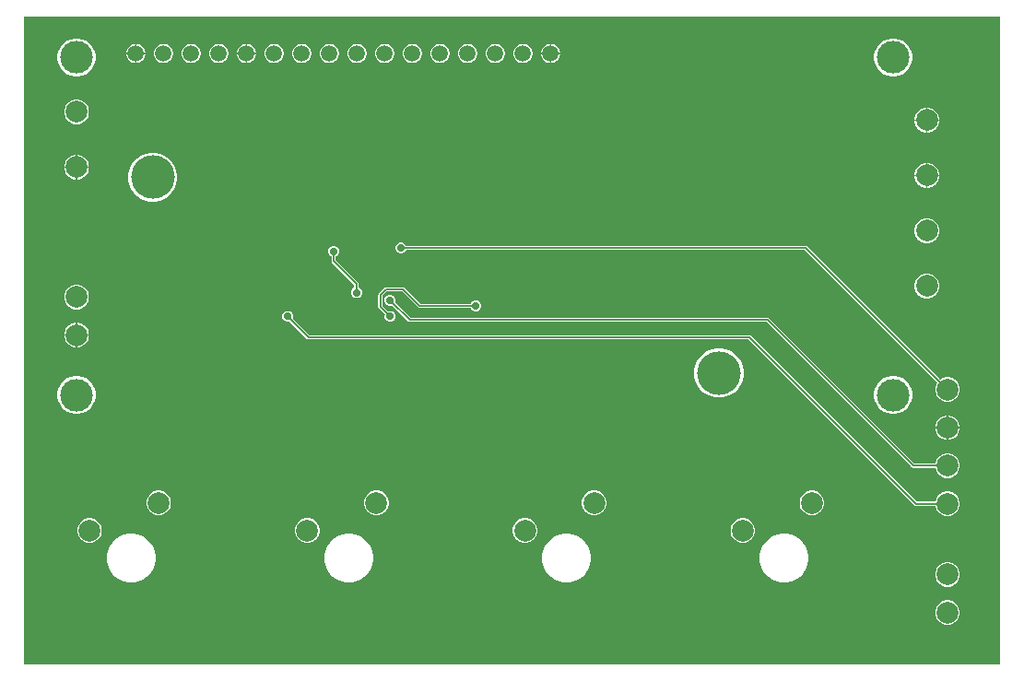
<source format=gbl>
G04*
G04 #@! TF.GenerationSoftware,Altium Limited,Altium Designer,25.4.2 (15)*
G04*
G04 Layer_Physical_Order=2*
G04 Layer_Color=16711680*
%FSLAX44Y44*%
%MOMM*%
G71*
G04*
G04 #@! TF.SameCoordinates,E3562E81-9C74-4326-8BCA-3B8FE58CD66A*
G04*
G04*
G04 #@! TF.FilePolarity,Positive*
G04*
G01*
G75*
%ADD15C,0.1270*%
%ADD46C,4.0000*%
%ADD47C,2.0000*%
%ADD48C,1.5000*%
%ADD49C,3.0000*%
%ADD50C,0.7000*%
G36*
X897961Y2039D02*
X2039D01*
Y597961D01*
X897961D01*
Y2039D01*
D02*
G37*
%LPC*%
G36*
X486655Y572500D02*
X486135D01*
Y564365D01*
X494270D01*
Y564885D01*
X493672Y567115D01*
X492518Y569115D01*
X490885Y570748D01*
X488885Y571902D01*
X486655Y572500D01*
D02*
G37*
G36*
X484865D02*
X484345D01*
X482115Y571902D01*
X480115Y570748D01*
X478482Y569115D01*
X477328Y567115D01*
X476730Y564885D01*
Y564365D01*
X484865D01*
Y572500D01*
D02*
G37*
G36*
X207255D02*
X206735D01*
Y564365D01*
X214870D01*
Y564885D01*
X214272Y567115D01*
X213118Y569115D01*
X211485Y570748D01*
X209485Y571902D01*
X207255Y572500D01*
D02*
G37*
G36*
X205465D02*
X204945D01*
X202715Y571902D01*
X200715Y570748D01*
X199082Y569115D01*
X197928Y567115D01*
X197330Y564885D01*
Y564365D01*
X205465D01*
Y572500D01*
D02*
G37*
G36*
X105655D02*
X105135D01*
Y564365D01*
X113270D01*
Y564885D01*
X112672Y567115D01*
X111518Y569115D01*
X109885Y570748D01*
X107885Y571902D01*
X105655Y572500D01*
D02*
G37*
G36*
X103865D02*
X103345D01*
X101115Y571902D01*
X99115Y570748D01*
X97482Y569115D01*
X96328Y567115D01*
X95730Y564885D01*
Y564365D01*
X103865D01*
Y572500D01*
D02*
G37*
G36*
X494270Y563095D02*
X486135D01*
Y554960D01*
X486655D01*
X488885Y555558D01*
X490885Y556712D01*
X492518Y558345D01*
X493672Y560345D01*
X494270Y562575D01*
Y563095D01*
D02*
G37*
G36*
X484865D02*
X476730D01*
Y562575D01*
X477328Y560345D01*
X478482Y558345D01*
X480115Y556712D01*
X482115Y555558D01*
X484345Y554960D01*
X484865D01*
Y563095D01*
D02*
G37*
G36*
X461255Y572500D02*
X458945D01*
X456715Y571902D01*
X454715Y570748D01*
X453082Y569115D01*
X451928Y567115D01*
X451330Y564885D01*
Y562575D01*
X451928Y560345D01*
X453082Y558345D01*
X454715Y556712D01*
X456715Y555558D01*
X458945Y554960D01*
X461255D01*
X463485Y555558D01*
X465485Y556712D01*
X467118Y558345D01*
X468272Y560345D01*
X468870Y562575D01*
Y564885D01*
X468272Y567115D01*
X467118Y569115D01*
X465485Y570748D01*
X463485Y571902D01*
X461255Y572500D01*
D02*
G37*
G36*
X435855D02*
X433545D01*
X431315Y571902D01*
X429315Y570748D01*
X427682Y569115D01*
X426528Y567115D01*
X425930Y564885D01*
Y562575D01*
X426528Y560345D01*
X427682Y558345D01*
X429315Y556712D01*
X431315Y555558D01*
X433545Y554960D01*
X435855D01*
X438085Y555558D01*
X440085Y556712D01*
X441718Y558345D01*
X442872Y560345D01*
X443470Y562575D01*
Y564885D01*
X442872Y567115D01*
X441718Y569115D01*
X440085Y570748D01*
X438085Y571902D01*
X435855Y572500D01*
D02*
G37*
G36*
X410455D02*
X408145D01*
X405915Y571902D01*
X403915Y570748D01*
X402282Y569115D01*
X401128Y567115D01*
X400530Y564885D01*
Y562575D01*
X401128Y560345D01*
X402282Y558345D01*
X403915Y556712D01*
X405915Y555558D01*
X408145Y554960D01*
X410455D01*
X412685Y555558D01*
X414685Y556712D01*
X416318Y558345D01*
X417472Y560345D01*
X418070Y562575D01*
Y564885D01*
X417472Y567115D01*
X416318Y569115D01*
X414685Y570748D01*
X412685Y571902D01*
X410455Y572500D01*
D02*
G37*
G36*
X385055D02*
X382745D01*
X380515Y571902D01*
X378515Y570748D01*
X376882Y569115D01*
X375728Y567115D01*
X375130Y564885D01*
Y562575D01*
X375728Y560345D01*
X376882Y558345D01*
X378515Y556712D01*
X380515Y555558D01*
X382745Y554960D01*
X385055D01*
X387285Y555558D01*
X389285Y556712D01*
X390918Y558345D01*
X392072Y560345D01*
X392670Y562575D01*
Y564885D01*
X392072Y567115D01*
X390918Y569115D01*
X389285Y570748D01*
X387285Y571902D01*
X385055Y572500D01*
D02*
G37*
G36*
X359655D02*
X357345D01*
X355115Y571902D01*
X353115Y570748D01*
X351482Y569115D01*
X350328Y567115D01*
X349730Y564885D01*
Y562575D01*
X350328Y560345D01*
X351482Y558345D01*
X353115Y556712D01*
X355115Y555558D01*
X357345Y554960D01*
X359655D01*
X361885Y555558D01*
X363885Y556712D01*
X365518Y558345D01*
X366672Y560345D01*
X367270Y562575D01*
Y564885D01*
X366672Y567115D01*
X365518Y569115D01*
X363885Y570748D01*
X361885Y571902D01*
X359655Y572500D01*
D02*
G37*
G36*
X334255D02*
X331945D01*
X329715Y571902D01*
X327715Y570748D01*
X326082Y569115D01*
X324928Y567115D01*
X324330Y564885D01*
Y562575D01*
X324928Y560345D01*
X326082Y558345D01*
X327715Y556712D01*
X329715Y555558D01*
X331945Y554960D01*
X334255D01*
X336485Y555558D01*
X338485Y556712D01*
X340118Y558345D01*
X341272Y560345D01*
X341870Y562575D01*
Y564885D01*
X341272Y567115D01*
X340118Y569115D01*
X338485Y570748D01*
X336485Y571902D01*
X334255Y572500D01*
D02*
G37*
G36*
X308855D02*
X306545D01*
X304315Y571902D01*
X302315Y570748D01*
X300682Y569115D01*
X299528Y567115D01*
X298930Y564885D01*
Y562575D01*
X299528Y560345D01*
X300682Y558345D01*
X302315Y556712D01*
X304315Y555558D01*
X306545Y554960D01*
X308855D01*
X311085Y555558D01*
X313085Y556712D01*
X314718Y558345D01*
X315872Y560345D01*
X316470Y562575D01*
Y564885D01*
X315872Y567115D01*
X314718Y569115D01*
X313085Y570748D01*
X311085Y571902D01*
X308855Y572500D01*
D02*
G37*
G36*
X283455D02*
X281145D01*
X278915Y571902D01*
X276915Y570748D01*
X275282Y569115D01*
X274128Y567115D01*
X273530Y564885D01*
Y562575D01*
X274128Y560345D01*
X275282Y558345D01*
X276915Y556712D01*
X278915Y555558D01*
X281145Y554960D01*
X283455D01*
X285685Y555558D01*
X287685Y556712D01*
X289318Y558345D01*
X290472Y560345D01*
X291070Y562575D01*
Y564885D01*
X290472Y567115D01*
X289318Y569115D01*
X287685Y570748D01*
X285685Y571902D01*
X283455Y572500D01*
D02*
G37*
G36*
X258055D02*
X255745D01*
X253515Y571902D01*
X251515Y570748D01*
X249882Y569115D01*
X248728Y567115D01*
X248130Y564885D01*
Y562575D01*
X248728Y560345D01*
X249882Y558345D01*
X251515Y556712D01*
X253515Y555558D01*
X255745Y554960D01*
X258055D01*
X260285Y555558D01*
X262285Y556712D01*
X263918Y558345D01*
X265072Y560345D01*
X265670Y562575D01*
Y564885D01*
X265072Y567115D01*
X263918Y569115D01*
X262285Y570748D01*
X260285Y571902D01*
X258055Y572500D01*
D02*
G37*
G36*
X232655D02*
X230345D01*
X228115Y571902D01*
X226115Y570748D01*
X224482Y569115D01*
X223328Y567115D01*
X222730Y564885D01*
Y562575D01*
X223328Y560345D01*
X224482Y558345D01*
X226115Y556712D01*
X228115Y555558D01*
X230345Y554960D01*
X232655D01*
X234885Y555558D01*
X236885Y556712D01*
X238518Y558345D01*
X239672Y560345D01*
X240270Y562575D01*
Y564885D01*
X239672Y567115D01*
X238518Y569115D01*
X236885Y570748D01*
X234885Y571902D01*
X232655Y572500D01*
D02*
G37*
G36*
X214870Y563095D02*
X206735D01*
Y554960D01*
X207255D01*
X209485Y555558D01*
X211485Y556712D01*
X213118Y558345D01*
X214272Y560345D01*
X214870Y562575D01*
Y563095D01*
D02*
G37*
G36*
X205465D02*
X197330D01*
Y562575D01*
X197928Y560345D01*
X199082Y558345D01*
X200715Y556712D01*
X202715Y555558D01*
X204945Y554960D01*
X205465D01*
Y563095D01*
D02*
G37*
G36*
X181855Y572500D02*
X179545D01*
X177315Y571902D01*
X175315Y570748D01*
X173682Y569115D01*
X172528Y567115D01*
X171930Y564885D01*
Y562575D01*
X172528Y560345D01*
X173682Y558345D01*
X175315Y556712D01*
X177315Y555558D01*
X179545Y554960D01*
X181855D01*
X184085Y555558D01*
X186085Y556712D01*
X187718Y558345D01*
X188872Y560345D01*
X189470Y562575D01*
Y564885D01*
X188872Y567115D01*
X187718Y569115D01*
X186085Y570748D01*
X184085Y571902D01*
X181855Y572500D01*
D02*
G37*
G36*
X156455D02*
X154145D01*
X151915Y571902D01*
X149915Y570748D01*
X148282Y569115D01*
X147128Y567115D01*
X146530Y564885D01*
Y562575D01*
X147128Y560345D01*
X148282Y558345D01*
X149915Y556712D01*
X151915Y555558D01*
X154145Y554960D01*
X156455D01*
X158685Y555558D01*
X160685Y556712D01*
X162318Y558345D01*
X163472Y560345D01*
X164070Y562575D01*
Y564885D01*
X163472Y567115D01*
X162318Y569115D01*
X160685Y570748D01*
X158685Y571902D01*
X156455Y572500D01*
D02*
G37*
G36*
X131055D02*
X128745D01*
X126515Y571902D01*
X124515Y570748D01*
X122882Y569115D01*
X121728Y567115D01*
X121130Y564885D01*
Y562575D01*
X121728Y560345D01*
X122882Y558345D01*
X124515Y556712D01*
X126515Y555558D01*
X128745Y554960D01*
X131055D01*
X133285Y555558D01*
X135285Y556712D01*
X136918Y558345D01*
X138072Y560345D01*
X138670Y562575D01*
Y564885D01*
X138072Y567115D01*
X136918Y569115D01*
X135285Y570748D01*
X133285Y571902D01*
X131055Y572500D01*
D02*
G37*
G36*
X113270Y563095D02*
X105135D01*
Y554960D01*
X105655D01*
X107885Y555558D01*
X109885Y556712D01*
X111518Y558345D01*
X112672Y560345D01*
X113270Y562575D01*
Y563095D01*
D02*
G37*
G36*
X103865D02*
X95730D01*
Y562575D01*
X96328Y560345D01*
X97482Y558345D01*
X99115Y556712D01*
X101115Y555558D01*
X103345Y554960D01*
X103865D01*
Y563095D01*
D02*
G37*
G36*
X801724Y577500D02*
X798276D01*
X794895Y576828D01*
X791711Y575508D01*
X788844Y573593D01*
X786407Y571156D01*
X784492Y568289D01*
X783173Y565105D01*
X782500Y561724D01*
Y558276D01*
X783173Y554895D01*
X784492Y551711D01*
X786407Y548844D01*
X788844Y546407D01*
X791711Y544492D01*
X794895Y543172D01*
X798276Y542500D01*
X801724D01*
X805105Y543172D01*
X808289Y544492D01*
X811156Y546407D01*
X813593Y548844D01*
X815508Y551711D01*
X816827Y554895D01*
X817500Y558276D01*
Y561724D01*
X816827Y565105D01*
X815508Y568289D01*
X813593Y571156D01*
X811156Y573593D01*
X808289Y575508D01*
X805105Y576828D01*
X801724Y577500D01*
D02*
G37*
G36*
X51724D02*
X48276D01*
X44895Y576828D01*
X41711Y575508D01*
X38844Y573593D01*
X36407Y571156D01*
X34492Y568289D01*
X33173Y565105D01*
X32500Y561724D01*
Y558276D01*
X33173Y554895D01*
X34492Y551711D01*
X36407Y548844D01*
X38844Y546407D01*
X41711Y544492D01*
X44895Y543172D01*
X48276Y542500D01*
X51724D01*
X55105Y543172D01*
X58289Y544492D01*
X61156Y546407D01*
X63593Y548844D01*
X65508Y551711D01*
X66828Y554895D01*
X67500Y558276D01*
Y561724D01*
X66828Y565105D01*
X65508Y568289D01*
X63593Y571156D01*
X61156Y573593D01*
X58289Y575508D01*
X55105Y576828D01*
X51724Y577500D01*
D02*
G37*
G36*
X832484Y513670D02*
X831635D01*
Y503035D01*
X842270D01*
Y503884D01*
X841502Y506750D01*
X840018Y509320D01*
X837920Y511418D01*
X835350Y512902D01*
X832484Y513670D01*
D02*
G37*
G36*
X830365D02*
X829516D01*
X826650Y512902D01*
X824080Y511418D01*
X821982Y509320D01*
X820498Y506750D01*
X819730Y503884D01*
Y503035D01*
X830365D01*
Y513670D01*
D02*
G37*
G36*
X51484Y521270D02*
X48516D01*
X45650Y520502D01*
X43080Y519018D01*
X40982Y516920D01*
X39498Y514350D01*
X38730Y511484D01*
Y508516D01*
X39498Y505650D01*
X40982Y503080D01*
X43080Y500982D01*
X45650Y499498D01*
X48516Y498730D01*
X51484D01*
X54350Y499498D01*
X56920Y500982D01*
X59018Y503080D01*
X60502Y505650D01*
X61270Y508516D01*
Y511484D01*
X60502Y514350D01*
X59018Y516920D01*
X56920Y519018D01*
X54350Y520502D01*
X51484Y521270D01*
D02*
G37*
G36*
X842270Y501765D02*
X831635D01*
Y491130D01*
X832484D01*
X835350Y491898D01*
X837920Y493382D01*
X840018Y495480D01*
X841502Y498050D01*
X842270Y500916D01*
Y501765D01*
D02*
G37*
G36*
X830365D02*
X819730D01*
Y500916D01*
X820498Y498050D01*
X821982Y495480D01*
X824080Y493382D01*
X826650Y491898D01*
X829516Y491130D01*
X830365D01*
Y501765D01*
D02*
G37*
G36*
X51484Y470470D02*
X50635D01*
Y459835D01*
X61270D01*
Y460684D01*
X60502Y463550D01*
X59018Y466120D01*
X56920Y468218D01*
X54350Y469702D01*
X51484Y470470D01*
D02*
G37*
G36*
X49365D02*
X48516D01*
X45650Y469702D01*
X43080Y468218D01*
X40982Y466120D01*
X39498Y463550D01*
X38730Y460684D01*
Y459835D01*
X49365D01*
Y470470D01*
D02*
G37*
G36*
X832484Y462870D02*
X831635D01*
Y452235D01*
X842270D01*
Y453084D01*
X841502Y455950D01*
X840018Y458520D01*
X837920Y460618D01*
X835350Y462102D01*
X832484Y462870D01*
D02*
G37*
G36*
X830365D02*
X829516D01*
X826650Y462102D01*
X824080Y460618D01*
X821982Y458520D01*
X820498Y455950D01*
X819730Y453084D01*
Y452235D01*
X830365D01*
Y462870D01*
D02*
G37*
G36*
X61270Y458565D02*
X50635D01*
Y447930D01*
X51484D01*
X54350Y448698D01*
X56920Y450182D01*
X59018Y452280D01*
X60502Y454850D01*
X61270Y457716D01*
Y458565D01*
D02*
G37*
G36*
X49365D02*
X38730D01*
Y457716D01*
X39498Y454850D01*
X40982Y452280D01*
X43080Y450182D01*
X45650Y448698D01*
X48516Y447930D01*
X49365D01*
Y458565D01*
D02*
G37*
G36*
X842270Y450965D02*
X831635D01*
Y440330D01*
X832484D01*
X835350Y441098D01*
X837920Y442582D01*
X840018Y444680D01*
X841502Y447250D01*
X842270Y450116D01*
Y450965D01*
D02*
G37*
G36*
X830365D02*
X819730D01*
Y450116D01*
X820498Y447250D01*
X821982Y444680D01*
X824080Y442582D01*
X826650Y441098D01*
X829516Y440330D01*
X830365D01*
Y450965D01*
D02*
G37*
G36*
X122216Y472500D02*
X117784D01*
X113437Y471635D01*
X109342Y469939D01*
X105657Y467477D01*
X102523Y464343D01*
X100061Y460658D01*
X98365Y456563D01*
X97500Y452216D01*
Y447784D01*
X98365Y443437D01*
X100061Y439342D01*
X102523Y435657D01*
X105657Y432523D01*
X109342Y430061D01*
X113437Y428365D01*
X117784Y427500D01*
X122216D01*
X126563Y428365D01*
X130658Y430061D01*
X134343Y432523D01*
X137477Y435657D01*
X139939Y439342D01*
X141635Y443437D01*
X142500Y447784D01*
Y452216D01*
X141635Y456563D01*
X139939Y460658D01*
X137477Y464343D01*
X134343Y467477D01*
X130658Y469939D01*
X126563Y471635D01*
X122216Y472500D01*
D02*
G37*
G36*
X832484Y412070D02*
X829516D01*
X826650Y411302D01*
X824080Y409818D01*
X821982Y407720D01*
X820498Y405150D01*
X819730Y402284D01*
Y399316D01*
X820498Y396450D01*
X821982Y393880D01*
X824080Y391782D01*
X826650Y390298D01*
X829516Y389530D01*
X832484D01*
X835350Y390298D01*
X837920Y391782D01*
X840018Y393880D01*
X841502Y396450D01*
X842270Y399316D01*
Y402284D01*
X841502Y405150D01*
X840018Y407720D01*
X837920Y409818D01*
X835350Y411302D01*
X832484Y412070D01*
D02*
G37*
G36*
X286995Y387000D02*
X285005D01*
X283168Y386239D01*
X281761Y384832D01*
X281000Y382995D01*
Y381005D01*
X281761Y379168D01*
X283168Y377761D01*
X284058Y377393D01*
Y373000D01*
X284206Y372257D01*
X284627Y371627D01*
X305058Y351195D01*
Y348607D01*
X304168Y348239D01*
X302761Y346832D01*
X302000Y344995D01*
Y343005D01*
X302761Y341168D01*
X304168Y339761D01*
X306005Y339000D01*
X307995D01*
X309832Y339761D01*
X311239Y341168D01*
X312000Y343005D01*
Y344995D01*
X311239Y346832D01*
X309832Y348239D01*
X308942Y348607D01*
Y352000D01*
X308794Y352743D01*
X308373Y353373D01*
X287942Y373805D01*
Y377393D01*
X288832Y377761D01*
X290239Y379168D01*
X291000Y381005D01*
Y382995D01*
X290239Y384832D01*
X288832Y386239D01*
X286995Y387000D01*
D02*
G37*
G36*
X832484Y361270D02*
X829516D01*
X826650Y360502D01*
X824080Y359018D01*
X821982Y356920D01*
X820498Y354350D01*
X819730Y351484D01*
Y348516D01*
X820498Y345650D01*
X821982Y343080D01*
X824080Y340982D01*
X826650Y339498D01*
X829516Y338730D01*
X832484D01*
X835350Y339498D01*
X837920Y340982D01*
X840018Y343080D01*
X841502Y345650D01*
X842270Y348516D01*
Y351484D01*
X841502Y354350D01*
X840018Y356920D01*
X837920Y359018D01*
X835350Y360502D01*
X832484Y361270D01*
D02*
G37*
G36*
X51484Y351270D02*
X48516D01*
X45650Y350502D01*
X43080Y349018D01*
X40982Y346920D01*
X39498Y344350D01*
X38730Y341484D01*
Y338516D01*
X39498Y335650D01*
X40982Y333080D01*
X43080Y330982D01*
X45650Y329498D01*
X48516Y328730D01*
X51484D01*
X54350Y329498D01*
X56920Y330982D01*
X59018Y333080D01*
X60502Y335650D01*
X61270Y338516D01*
Y341484D01*
X60502Y344350D01*
X59018Y346920D01*
X56920Y349018D01*
X54350Y350502D01*
X51484Y351270D01*
D02*
G37*
G36*
X350000Y348942D02*
X334000D01*
X333257Y348795D01*
X332627Y348373D01*
X327627Y343373D01*
X327206Y342743D01*
X327058Y342000D01*
Y331000D01*
X327206Y330257D01*
X327627Y329627D01*
X333369Y323885D01*
X333000Y322995D01*
Y321005D01*
X333761Y319168D01*
X335168Y317761D01*
X337005Y317000D01*
X338995D01*
X340832Y317761D01*
X342239Y319168D01*
X343000Y321005D01*
Y322995D01*
X342239Y324832D01*
X340832Y326239D01*
X338995Y327000D01*
X337005D01*
X336115Y326631D01*
X330942Y331805D01*
Y341195D01*
X334804Y345058D01*
X349196D01*
X363742Y330512D01*
X364372Y330090D01*
X365115Y329943D01*
X365115Y329943D01*
X412278D01*
X412646Y329053D01*
X414053Y327646D01*
X415890Y326885D01*
X417880D01*
X419717Y327646D01*
X421124Y329053D01*
X421885Y330890D01*
Y332879D01*
X421124Y334717D01*
X419717Y336124D01*
X417880Y336885D01*
X415890D01*
X414053Y336124D01*
X412646Y334717D01*
X412278Y333827D01*
X365920D01*
X351373Y348373D01*
X350743Y348795D01*
X350000Y348942D01*
D02*
G37*
G36*
X51484Y316270D02*
X50635D01*
Y305635D01*
X61270D01*
Y306484D01*
X60502Y309350D01*
X59018Y311920D01*
X56920Y314018D01*
X54350Y315502D01*
X51484Y316270D01*
D02*
G37*
G36*
X49365D02*
X48516D01*
X45650Y315502D01*
X43080Y314018D01*
X40982Y311920D01*
X39498Y309350D01*
X38730Y306484D01*
Y305635D01*
X49365D01*
Y316270D01*
D02*
G37*
G36*
X61270Y304365D02*
X50635D01*
Y293730D01*
X51484D01*
X54350Y294498D01*
X56920Y295982D01*
X59018Y298080D01*
X60502Y300650D01*
X61270Y303516D01*
Y304365D01*
D02*
G37*
G36*
X49365D02*
X38730D01*
Y303516D01*
X39498Y300650D01*
X40982Y298080D01*
X43080Y295982D01*
X45650Y294498D01*
X48516Y293730D01*
X49365D01*
Y304365D01*
D02*
G37*
G36*
X642216Y292500D02*
X637784D01*
X633437Y291635D01*
X629342Y289939D01*
X625657Y287477D01*
X622523Y284343D01*
X620061Y280658D01*
X618365Y276563D01*
X617500Y272216D01*
Y267784D01*
X618365Y263437D01*
X620061Y259342D01*
X622523Y255657D01*
X625657Y252523D01*
X629342Y250061D01*
X633437Y248365D01*
X637784Y247500D01*
X642216D01*
X646563Y248365D01*
X650658Y250061D01*
X654343Y252523D01*
X657477Y255657D01*
X659939Y259342D01*
X661635Y263437D01*
X662500Y267784D01*
Y272216D01*
X661635Y276563D01*
X659939Y280658D01*
X657477Y284343D01*
X654343Y287477D01*
X650658Y289939D01*
X646563Y291635D01*
X642216Y292500D01*
D02*
G37*
G36*
X348995Y390000D02*
X347006D01*
X345168Y389239D01*
X343761Y387832D01*
X343000Y385995D01*
Y384005D01*
X343761Y382168D01*
X345168Y380761D01*
X347006Y380000D01*
X348995D01*
X350832Y380761D01*
X352239Y382168D01*
X352607Y383058D01*
X719195D01*
X840744Y261509D01*
X839498Y259350D01*
X838730Y256484D01*
Y253516D01*
X839498Y250650D01*
X840982Y248080D01*
X843080Y245982D01*
X845650Y244498D01*
X848516Y243730D01*
X851484D01*
X854350Y244498D01*
X856920Y245982D01*
X859018Y248080D01*
X860502Y250650D01*
X861270Y253516D01*
Y256484D01*
X860502Y259350D01*
X859018Y261920D01*
X856920Y264018D01*
X854350Y265502D01*
X851484Y266270D01*
X848516D01*
X845650Y265502D01*
X843491Y264256D01*
X721373Y386373D01*
X720743Y386795D01*
X720000Y386942D01*
X352607D01*
X352239Y387832D01*
X350832Y389239D01*
X348995Y390000D01*
D02*
G37*
G36*
X801724Y267500D02*
X798276D01*
X794895Y266828D01*
X791711Y265508D01*
X788844Y263593D01*
X786407Y261156D01*
X784492Y258289D01*
X783173Y255105D01*
X782500Y251724D01*
Y248276D01*
X783173Y244895D01*
X784492Y241711D01*
X786407Y238844D01*
X788844Y236407D01*
X791711Y234492D01*
X794895Y233172D01*
X798276Y232500D01*
X801724D01*
X805105Y233172D01*
X808289Y234492D01*
X811156Y236407D01*
X813593Y238844D01*
X815508Y241711D01*
X816827Y244895D01*
X817500Y248276D01*
Y251724D01*
X816827Y255105D01*
X815508Y258289D01*
X813593Y261156D01*
X811156Y263593D01*
X808289Y265508D01*
X805105Y266828D01*
X801724Y267500D01*
D02*
G37*
G36*
X51724D02*
X48276D01*
X44895Y266828D01*
X41711Y265508D01*
X38844Y263593D01*
X36407Y261156D01*
X34492Y258289D01*
X33173Y255105D01*
X32500Y251724D01*
Y248276D01*
X33173Y244895D01*
X34492Y241711D01*
X36407Y238844D01*
X38844Y236407D01*
X41711Y234492D01*
X44895Y233172D01*
X48276Y232500D01*
X51724D01*
X55105Y233172D01*
X58289Y234492D01*
X61156Y236407D01*
X63593Y238844D01*
X65508Y241711D01*
X66828Y244895D01*
X67500Y248276D01*
Y251724D01*
X66828Y255105D01*
X65508Y258289D01*
X63593Y261156D01*
X61156Y263593D01*
X58289Y265508D01*
X55105Y266828D01*
X51724Y267500D01*
D02*
G37*
G36*
X851484Y231270D02*
X850635D01*
Y220635D01*
X861270D01*
Y221484D01*
X860502Y224350D01*
X859018Y226920D01*
X856920Y229018D01*
X854350Y230502D01*
X851484Y231270D01*
D02*
G37*
G36*
X849365D02*
X848516D01*
X845650Y230502D01*
X843080Y229018D01*
X840982Y226920D01*
X839498Y224350D01*
X838730Y221484D01*
Y220635D01*
X849365D01*
Y231270D01*
D02*
G37*
G36*
X861270Y219365D02*
X850635D01*
Y208730D01*
X851484D01*
X854350Y209498D01*
X856920Y210982D01*
X859018Y213080D01*
X860502Y215650D01*
X861270Y218516D01*
Y219365D01*
D02*
G37*
G36*
X849365D02*
X838730D01*
Y218516D01*
X839498Y215650D01*
X840982Y213080D01*
X843080Y210982D01*
X845650Y209498D01*
X848516Y208730D01*
X849365D01*
Y219365D01*
D02*
G37*
G36*
X338995Y342000D02*
X337005D01*
X335168Y341239D01*
X333761Y339832D01*
X333000Y337994D01*
Y336005D01*
X333761Y334168D01*
X335168Y332761D01*
X337005Y332000D01*
X338995D01*
X339884Y332369D01*
X354627Y317627D01*
X355257Y317206D01*
X356000Y317058D01*
X683788D01*
X817219Y183627D01*
X817849Y183206D01*
X818592Y183058D01*
X838853D01*
X839498Y180650D01*
X840982Y178080D01*
X843080Y175982D01*
X845650Y174498D01*
X848516Y173730D01*
X851484D01*
X854350Y174498D01*
X856920Y175982D01*
X859018Y178080D01*
X860502Y180650D01*
X861270Y183516D01*
Y186484D01*
X860502Y189350D01*
X859018Y191920D01*
X856920Y194018D01*
X854350Y195502D01*
X851484Y196270D01*
X848516D01*
X845650Y195502D01*
X843080Y194018D01*
X840982Y191920D01*
X839498Y189350D01*
X838853Y186942D01*
X819397D01*
X685965Y320373D01*
X685335Y320794D01*
X684592Y320942D01*
X356805D01*
X342631Y335116D01*
X343000Y336005D01*
Y337994D01*
X342239Y339832D01*
X340832Y341239D01*
X338995Y342000D01*
D02*
G37*
G36*
X726884Y162070D02*
X723916D01*
X721050Y161302D01*
X718480Y159818D01*
X716382Y157720D01*
X714898Y155150D01*
X714130Y152284D01*
Y149316D01*
X714898Y146450D01*
X716382Y143880D01*
X718480Y141782D01*
X721050Y140298D01*
X723916Y139530D01*
X726884D01*
X729750Y140298D01*
X732320Y141782D01*
X734418Y143880D01*
X735902Y146450D01*
X736670Y149316D01*
Y152284D01*
X735902Y155150D01*
X734418Y157720D01*
X732320Y159818D01*
X729750Y161302D01*
X726884Y162070D01*
D02*
G37*
G36*
X526884D02*
X523916D01*
X521050Y161302D01*
X518480Y159818D01*
X516382Y157720D01*
X514898Y155150D01*
X514130Y152284D01*
Y149316D01*
X514898Y146450D01*
X516382Y143880D01*
X518480Y141782D01*
X521050Y140298D01*
X523916Y139530D01*
X526884D01*
X529750Y140298D01*
X532320Y141782D01*
X534418Y143880D01*
X535902Y146450D01*
X536670Y149316D01*
Y152284D01*
X535902Y155150D01*
X534418Y157720D01*
X532320Y159818D01*
X529750Y161302D01*
X526884Y162070D01*
D02*
G37*
G36*
X326884D02*
X323916D01*
X321050Y161302D01*
X318480Y159818D01*
X316382Y157720D01*
X314898Y155150D01*
X314130Y152284D01*
Y149316D01*
X314898Y146450D01*
X316382Y143880D01*
X318480Y141782D01*
X321050Y140298D01*
X323916Y139530D01*
X326884D01*
X329750Y140298D01*
X332320Y141782D01*
X334418Y143880D01*
X335902Y146450D01*
X336670Y149316D01*
Y152284D01*
X335902Y155150D01*
X334418Y157720D01*
X332320Y159818D01*
X329750Y161302D01*
X326884Y162070D01*
D02*
G37*
G36*
X126884D02*
X123916D01*
X121050Y161302D01*
X118480Y159818D01*
X116382Y157720D01*
X114898Y155150D01*
X114130Y152284D01*
Y149316D01*
X114898Y146450D01*
X116382Y143880D01*
X118480Y141782D01*
X121050Y140298D01*
X123916Y139530D01*
X126884D01*
X129750Y140298D01*
X132320Y141782D01*
X134418Y143880D01*
X135902Y146450D01*
X136670Y149316D01*
Y152284D01*
X135902Y155150D01*
X134418Y157720D01*
X132320Y159818D01*
X129750Y161302D01*
X126884Y162070D01*
D02*
G37*
G36*
X244995Y327000D02*
X243006D01*
X241168Y326239D01*
X239761Y324832D01*
X239000Y322995D01*
Y321005D01*
X239761Y319168D01*
X241168Y317761D01*
X243006Y317000D01*
X244995D01*
X245885Y317369D01*
X261627Y301627D01*
X261627Y301627D01*
X262257Y301206D01*
X263000Y301058D01*
X263000Y301058D01*
X667196D01*
X819627Y148627D01*
X820257Y148205D01*
X821000Y148058D01*
X838853D01*
X839498Y145650D01*
X840982Y143080D01*
X843080Y140982D01*
X845650Y139498D01*
X848516Y138730D01*
X851484D01*
X854350Y139498D01*
X856920Y140982D01*
X859018Y143080D01*
X860502Y145650D01*
X861270Y148516D01*
Y151484D01*
X860502Y154350D01*
X859018Y156920D01*
X856920Y159018D01*
X854350Y160502D01*
X851484Y161270D01*
X848516D01*
X845650Y160502D01*
X843080Y159018D01*
X840982Y156920D01*
X839498Y154350D01*
X838853Y151942D01*
X821805D01*
X669373Y304373D01*
X668743Y304795D01*
X668000Y304942D01*
X263805D01*
X248631Y320116D01*
X249000Y321005D01*
Y322995D01*
X248239Y324832D01*
X246832Y326239D01*
X244995Y327000D01*
D02*
G37*
G36*
X663384Y136670D02*
X660416D01*
X657550Y135902D01*
X654980Y134418D01*
X652882Y132320D01*
X651398Y129750D01*
X650630Y126884D01*
Y123916D01*
X651398Y121050D01*
X652882Y118480D01*
X654980Y116382D01*
X657550Y114898D01*
X660416Y114130D01*
X663384D01*
X666250Y114898D01*
X668820Y116382D01*
X670918Y118480D01*
X672402Y121050D01*
X673170Y123916D01*
Y126884D01*
X672402Y129750D01*
X670918Y132320D01*
X668820Y134418D01*
X666250Y135902D01*
X663384Y136670D01*
D02*
G37*
G36*
X463384D02*
X460416D01*
X457550Y135902D01*
X454980Y134418D01*
X452882Y132320D01*
X451398Y129750D01*
X450630Y126884D01*
Y123916D01*
X451398Y121050D01*
X452882Y118480D01*
X454980Y116382D01*
X457550Y114898D01*
X460416Y114130D01*
X463384D01*
X466250Y114898D01*
X468820Y116382D01*
X470918Y118480D01*
X472402Y121050D01*
X473170Y123916D01*
Y126884D01*
X472402Y129750D01*
X470918Y132320D01*
X468820Y134418D01*
X466250Y135902D01*
X463384Y136670D01*
D02*
G37*
G36*
X263384D02*
X260416D01*
X257550Y135902D01*
X254980Y134418D01*
X252882Y132320D01*
X251398Y129750D01*
X250630Y126884D01*
Y123916D01*
X251398Y121050D01*
X252882Y118480D01*
X254980Y116382D01*
X257550Y114898D01*
X260416Y114130D01*
X263384D01*
X266250Y114898D01*
X268820Y116382D01*
X270918Y118480D01*
X272402Y121050D01*
X273170Y123916D01*
Y126884D01*
X272402Y129750D01*
X270918Y132320D01*
X268820Y134418D01*
X266250Y135902D01*
X263384Y136670D01*
D02*
G37*
G36*
X63384D02*
X60416D01*
X57550Y135902D01*
X54980Y134418D01*
X52882Y132320D01*
X51398Y129750D01*
X50630Y126884D01*
Y123916D01*
X51398Y121050D01*
X52882Y118480D01*
X54980Y116382D01*
X57550Y114898D01*
X60416Y114130D01*
X63384D01*
X66250Y114898D01*
X68820Y116382D01*
X70918Y118480D01*
X72402Y121050D01*
X73170Y123916D01*
Y126884D01*
X72402Y129750D01*
X70918Y132320D01*
X68820Y134418D01*
X66250Y135902D01*
X63384Y136670D01*
D02*
G37*
G36*
X702216Y122500D02*
X697784D01*
X693437Y121635D01*
X689342Y119939D01*
X685657Y117477D01*
X682523Y114343D01*
X680061Y110658D01*
X678365Y106563D01*
X677500Y102216D01*
Y97784D01*
X678365Y93437D01*
X680061Y89342D01*
X682523Y85657D01*
X685657Y82523D01*
X689342Y80061D01*
X693437Y78365D01*
X697784Y77500D01*
X702216D01*
X706563Y78365D01*
X710658Y80061D01*
X714343Y82523D01*
X717477Y85657D01*
X719939Y89342D01*
X721635Y93437D01*
X722500Y97784D01*
Y102216D01*
X721635Y106563D01*
X719939Y110658D01*
X717477Y114343D01*
X714343Y117477D01*
X710658Y119939D01*
X706563Y121635D01*
X702216Y122500D01*
D02*
G37*
G36*
X502216D02*
X497784D01*
X493437Y121635D01*
X489342Y119939D01*
X485657Y117477D01*
X482523Y114343D01*
X480061Y110658D01*
X478365Y106563D01*
X477500Y102216D01*
Y97784D01*
X478365Y93437D01*
X480061Y89342D01*
X482523Y85657D01*
X485657Y82523D01*
X489342Y80061D01*
X493437Y78365D01*
X497784Y77500D01*
X502216D01*
X506563Y78365D01*
X510658Y80061D01*
X514343Y82523D01*
X517477Y85657D01*
X519939Y89342D01*
X521635Y93437D01*
X522500Y97784D01*
Y102216D01*
X521635Y106563D01*
X519939Y110658D01*
X517477Y114343D01*
X514343Y117477D01*
X510658Y119939D01*
X506563Y121635D01*
X502216Y122500D01*
D02*
G37*
G36*
X302216D02*
X297784D01*
X293437Y121635D01*
X289342Y119939D01*
X285657Y117477D01*
X282523Y114343D01*
X280061Y110658D01*
X278365Y106563D01*
X277500Y102216D01*
Y97784D01*
X278365Y93437D01*
X280061Y89342D01*
X282523Y85657D01*
X285657Y82523D01*
X289342Y80061D01*
X293437Y78365D01*
X297784Y77500D01*
X302216D01*
X306563Y78365D01*
X310658Y80061D01*
X314343Y82523D01*
X317477Y85657D01*
X319939Y89342D01*
X321635Y93437D01*
X322500Y97784D01*
Y102216D01*
X321635Y106563D01*
X319939Y110658D01*
X317477Y114343D01*
X314343Y117477D01*
X310658Y119939D01*
X306563Y121635D01*
X302216Y122500D01*
D02*
G37*
G36*
X102216D02*
X97784D01*
X93437Y121635D01*
X89342Y119939D01*
X85657Y117477D01*
X82523Y114343D01*
X80061Y110658D01*
X78365Y106563D01*
X77500Y102216D01*
Y97784D01*
X78365Y93437D01*
X80061Y89342D01*
X82523Y85657D01*
X85657Y82523D01*
X89342Y80061D01*
X93437Y78365D01*
X97784Y77500D01*
X102216D01*
X106563Y78365D01*
X110658Y80061D01*
X114343Y82523D01*
X117477Y85657D01*
X119939Y89342D01*
X121635Y93437D01*
X122500Y97784D01*
Y102216D01*
X121635Y106563D01*
X119939Y110658D01*
X117477Y114343D01*
X114343Y117477D01*
X110658Y119939D01*
X106563Y121635D01*
X102216Y122500D01*
D02*
G37*
G36*
X851484Y96270D02*
X848516D01*
X845650Y95502D01*
X843080Y94018D01*
X840982Y91920D01*
X839498Y89350D01*
X838730Y86484D01*
Y83516D01*
X839498Y80650D01*
X840982Y78080D01*
X843080Y75982D01*
X845650Y74498D01*
X848516Y73730D01*
X851484D01*
X854350Y74498D01*
X856920Y75982D01*
X859018Y78080D01*
X860502Y80650D01*
X861270Y83516D01*
Y86484D01*
X860502Y89350D01*
X859018Y91920D01*
X856920Y94018D01*
X854350Y95502D01*
X851484Y96270D01*
D02*
G37*
G36*
Y61270D02*
X848516D01*
X845650Y60502D01*
X843080Y59018D01*
X840982Y56920D01*
X839498Y54350D01*
X838730Y51484D01*
Y48516D01*
X839498Y45650D01*
X840982Y43080D01*
X843080Y40982D01*
X845650Y39498D01*
X848516Y38730D01*
X851484D01*
X854350Y39498D01*
X856920Y40982D01*
X859018Y43080D01*
X860502Y45650D01*
X861270Y48516D01*
Y51484D01*
X860502Y54350D01*
X859018Y56920D01*
X856920Y59018D01*
X854350Y60502D01*
X851484Y61270D01*
D02*
G37*
%LPD*%
D15*
X720000Y385000D02*
X850000Y255000D01*
X348000Y385000D02*
X720000D01*
X329000Y342000D02*
X334000Y347000D01*
X350000D02*
X365115Y331885D01*
X334000Y347000D02*
X350000D01*
X329000Y331000D02*
Y342000D01*
Y331000D02*
X338000Y322000D01*
X365115Y331885D02*
X416885D01*
X338000Y337000D02*
X356000Y319000D01*
X684592D01*
X818592Y185000D01*
X244000Y322000D02*
X263000Y303000D01*
X668000D01*
X821000Y150000D01*
X818592Y185000D02*
X850000D01*
X821000Y150000D02*
X850000D01*
X307000Y344000D02*
Y352000D01*
X286000Y373000D02*
X307000Y352000D01*
X286000Y373000D02*
Y382000D01*
D46*
X640000Y270000D02*
D03*
X120000Y450000D02*
D03*
D47*
X50000Y305000D02*
D03*
Y340000D02*
D03*
X850000Y255000D02*
D03*
Y150000D02*
D03*
Y185000D02*
D03*
Y220000D02*
D03*
Y50000D02*
D03*
Y85000D02*
D03*
X50000Y459200D02*
D03*
Y510000D02*
D03*
X61900Y125400D02*
D03*
X125400Y150800D02*
D03*
X261900Y125400D02*
D03*
X325400Y150800D02*
D03*
X461900Y125400D02*
D03*
X525400Y150800D02*
D03*
X661900Y125400D02*
D03*
X725400Y150800D02*
D03*
X831000Y400800D02*
D03*
Y350000D02*
D03*
Y451600D02*
D03*
Y502400D02*
D03*
D48*
X485500Y563730D02*
D03*
X460100D02*
D03*
X434700D02*
D03*
X409300D02*
D03*
X383900D02*
D03*
X358500D02*
D03*
X333100D02*
D03*
X307700D02*
D03*
X282300D02*
D03*
X256900D02*
D03*
X231500D02*
D03*
X206100D02*
D03*
X180700D02*
D03*
X155300D02*
D03*
X129900D02*
D03*
X104500D02*
D03*
D49*
X50000Y250000D02*
D03*
Y560000D02*
D03*
X800000D02*
D03*
Y250000D02*
D03*
D50*
X793000Y330000D02*
D03*
X216000Y528000D02*
D03*
X521000Y357000D02*
D03*
X183000Y335000D02*
D03*
X375168Y346239D02*
D03*
X416885Y331885D02*
D03*
X338000Y322000D02*
D03*
X159000Y196000D02*
D03*
X358000Y194000D02*
D03*
X756000Y195000D02*
D03*
X332000Y249000D02*
D03*
X219000Y305000D02*
D03*
X446000Y279000D02*
D03*
X486000Y508000D02*
D03*
X286000Y382000D02*
D03*
X234000Y503000D02*
D03*
X252000Y397000D02*
D03*
X291000Y333000D02*
D03*
X228000Y386000D02*
D03*
X244000Y322000D02*
D03*
X307000Y344000D02*
D03*
X390761Y441168D02*
D03*
X338000Y337000D02*
D03*
X348000Y385000D02*
D03*
X354000Y499000D02*
D03*
X480000Y351000D02*
D03*
X559000Y194000D02*
D03*
M02*

</source>
